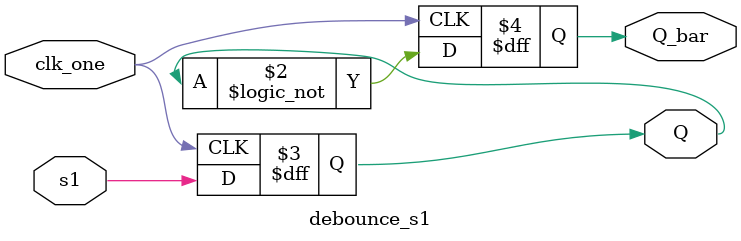
<source format=v>
`timescale 1ns / 1ps

module debounce_s1(input clk_one,input s1,output reg Q, output reg Q_bar
    );
    always @(posedge clk_one)
    begin 
    Q <= s1;
    Q_bar<=!Q;
    end
endmodule

</source>
